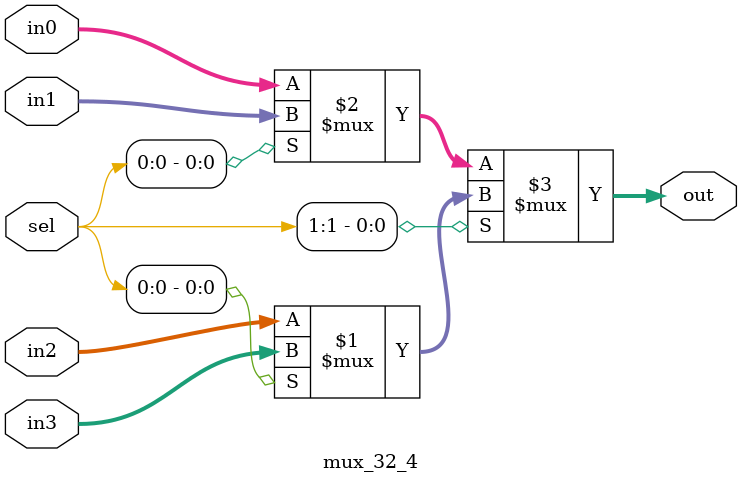
<source format=v>



module mux_32_4
  (input [1:0] sel,
   input [31:0] in0,
   input [31:0] in1,
   input [31:0] in2,
   input [31:0] in3,
   output [31:0] out);

   assign 	 out = sel[1] ? (sel[0] ? in3 : in2) : (sel[0] ? in1 : in0);

endmodule // mux_32_4

</source>
